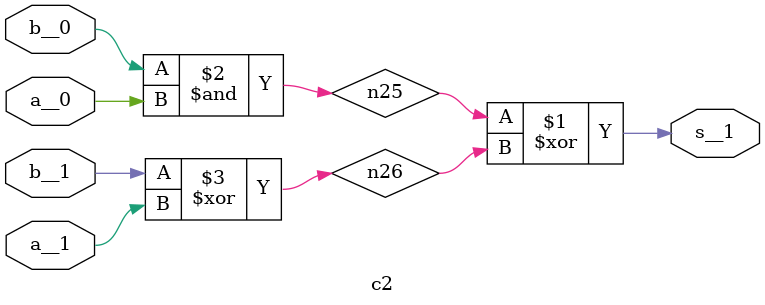
<source format=v>

module c2 (s__1, a__0, b__0, a__1, b__1);
	output s__1;
	wire n26, n25;
	input a__0, b__0, a__1, b__1;
  assign s__1 = n25 ^ n26;
  assign n25 = b__0 & a__0;
  assign n26 = b__1 ^ a__1;
endmodule

</source>
